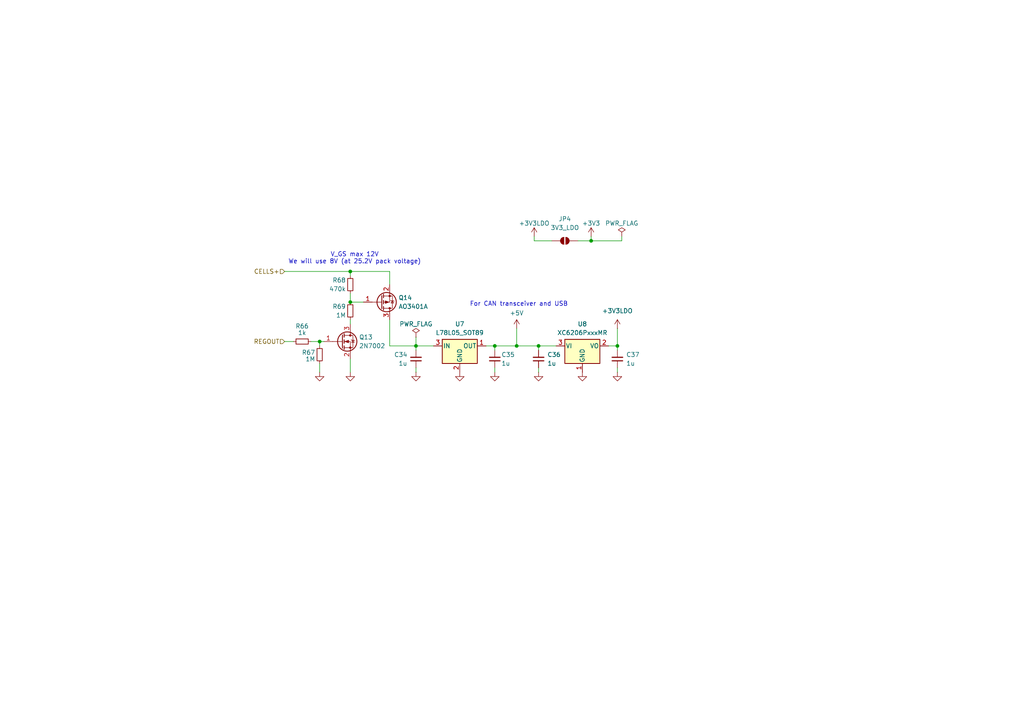
<source format=kicad_sch>
(kicad_sch (version 20231120) (generator "eeschema") (generator_version "8.0")
  (paper "A4")
  (lib_symbols
    (symbol "Device:C_Small" (pin_numbers hide) (pin_names (offset 0.254) hide)
      (property "Reference" "C" (at 0.254 1.778 0))
      (property "Value" "C_Small" (at 0.254 -2.032 0))
      (symbol "C_Small_0_1"
        (polyline (pts (xy -1.524 -0.508) (xy 1.524 -0.508)) (stroke (width 0.3302)))
        (polyline (pts (xy -1.524 0.508) (xy 1.524 0.508)) (stroke (width 0.3048)))
      )
      (symbol "C_Small_1_1"
        (pin passive line (at 0 2.54 270) (length 2.032) (name "~") (number "1"))
        (pin passive line (at 0 -2.54 90) (length 2.032) (name "~") (number "2"))
      )
    )
    (symbol "Device:R_Small" (pin_numbers hide) (pin_names (offset 0.254) hide)
      (property "Reference" "R" (at 0.762 0.508 0))
      (property "Value" "R_Small" (at 0.762 -1.016 0))
      (symbol "R_Small_0_1"
        (rectangle (start -0.762 1.778) (end 0.762 -1.778) (stroke (width 0.2032)))
      )
      (symbol "R_Small_1_1"
        (pin passive line (at 0 2.54 270) (length 0.762) (name "~") (number "1"))
        (pin passive line (at 0 -2.54 90) (length 0.762) (name "~") (number "2"))
      )
    )
    (symbol "Jumper:SolderJumper_2_Open" (pin_numbers hide) (pin_names (offset 0) hide) (exclude_from_sim yes) (in_bom no)
      (property "Reference" "JP" (at 0 2.032 0))
      (property "Value" "SolderJumper_2_Open" (at 0 -2.54 0))
      (symbol "SolderJumper_2_Open_0_1"
        (arc (start -0.254 1.016) (mid -1.2656 0) (end -0.254 -1.016))
        (arc (start -0.254 1.016) (mid -1.2656 0) (end -0.254 -1.016) (fill (type outline)))
        (polyline (pts (xy -0.254 1.016) (xy -0.254 -1.016)))
        (polyline (pts (xy 0.254 1.016) (xy 0.254 -1.016)))
        (arc (start 0.254 -1.016) (mid 1.2656 0) (end 0.254 1.016))
        (arc (start 0.254 -1.016) (mid 1.2656 0) (end 0.254 1.016) (fill (type outline)))
      )
      (symbol "SolderJumper_2_Open_1_1"
        (pin passive line (at -3.81 0 0) (length 2.54) (name "A") (number "1"))
        (pin passive line (at 3.81 0 180) (length 2.54) (name "B") (number "2"))
      )
    )
    (symbol "Regulator_Linear:L78L05_SOT89" (pin_names (offset 0.254))
      (property "Reference" "U" (at -3.81 3.175 0))
      (property "Value" "L78L05_SOT89" (at -0.635 3.175 0))
      (symbol "L78L05_SOT89_0_1"
        (rectangle (start -5.08 1.905) (end 5.08 -5.08) (stroke (width 0.254)) (fill (type background)))
      )
      (symbol "L78L05_SOT89_1_1"
        (pin power_out line (at 7.62 0 180) (length 2.54) (name "OUT") (number "1"))
        (pin power_in line (at 0 -7.62 90) (length 2.54) (name "GND") (number "2"))
        (pin power_in line (at -7.62 0 0) (length 2.54) (name "IN") (number "3"))
      )
    )
    (symbol "Regulator_Linear:XC6206PxxxMR" (pin_names (offset 0.254))
      (property "Reference" "U" (at -3.81 3.175 0))
      (property "Value" "XC6206PxxxMR" (at 0 3.175 0))
      (symbol "XC6206PxxxMR_0_1"
        (rectangle (start -5.08 1.905) (end 5.08 -5.08) (stroke (width 0.254)) (fill (type background)))
      )
      (symbol "XC6206PxxxMR_1_1"
        (pin power_in line (at 0 -7.62 90) (length 2.54) (name "GND") (number "1"))
        (pin power_out line (at 7.62 0 180) (length 2.54) (name "VO") (number "2"))
        (pin power_in line (at -7.62 0 0) (length 2.54) (name "VI") (number "3"))
      )
    )
    (symbol "Transistor_FET:2N7002" (pin_names hide)
      (property "Reference" "Q" (at 5.08 1.905 0))
      (property "Value" "2N7002" (at 5.08 0 0))
      (symbol "2N7002_0_1"
        (polyline (pts (xy 0.254 0) (xy -2.54 0)))
        (polyline (pts (xy 0.254 1.905) (xy 0.254 -1.905)) (stroke (width 0.254)))
        (polyline (pts (xy 0.762 -1.27) (xy 0.762 -2.286)) (stroke (width 0.254)))
        (polyline (pts (xy 0.762 0.508) (xy 0.762 -0.508)) (stroke (width 0.254)))
        (polyline (pts (xy 0.762 2.286) (xy 0.762 1.27)) (stroke (width 0.254)))
        (polyline (pts (xy 2.54 2.54) (xy 2.54 1.778)))
        (polyline (pts (xy 2.54 -2.54) (xy 2.54 0) (xy 0.762 0)))
        (polyline (pts (xy 0.762 -1.778) (xy 3.302 -1.778) (xy 3.302 1.778) (xy 0.762 1.778)))
        (polyline (pts (xy 1.016 0) (xy 2.032 0.381) (xy 2.032 -0.381) (xy 1.016 0)) (fill (type outline)))
        (polyline (pts (xy 2.794 0.508) (xy 2.921 0.381) (xy 3.683 0.381) (xy 3.81 0.254)))
        (polyline (pts (xy 3.302 0.381) (xy 2.921 -0.254) (xy 3.683 -0.254) (xy 3.302 0.381)))
        (circle (center 1.651 0) (radius 2.794) (stroke (width 0.254)))
        (circle (center 2.54 -1.778) (radius 0.254) (fill (type outline)))
        (circle (center 2.54 1.778) (radius 0.254) (fill (type outline)))
      )
      (symbol "2N7002_1_1"
        (pin input line (at -5.08 0 0) (length 2.54) (name "G") (number "1"))
        (pin passive line (at 2.54 -5.08 90) (length 2.54) (name "S") (number "2"))
        (pin passive line (at 2.54 5.08 270) (length 2.54) (name "D") (number "3"))
      )
    )
    (symbol "Transistor_FET:AO3401A" (pin_names hide)
      (property "Reference" "Q" (at 5.08 1.905 0))
      (property "Value" "AO3401A" (at 5.08 0 0))
      (symbol "AO3401A_0_1"
        (polyline (pts (xy 0.254 0) (xy -2.54 0)))
        (polyline (pts (xy 0.254 1.905) (xy 0.254 -1.905)) (stroke (width 0.254)))
        (polyline (pts (xy 0.762 -1.27) (xy 0.762 -2.286)) (stroke (width 0.254)))
        (polyline (pts (xy 0.762 0.508) (xy 0.762 -0.508)) (stroke (width 0.254)))
        (polyline (pts (xy 0.762 2.286) (xy 0.762 1.27)) (stroke (width 0.254)))
        (polyline (pts (xy 2.54 2.54) (xy 2.54 1.778)))
        (polyline (pts (xy 2.54 -2.54) (xy 2.54 0) (xy 0.762 0)))
        (polyline (pts (xy 0.762 1.778) (xy 3.302 1.778) (xy 3.302 -1.778) (xy 0.762 -1.778)))
        (polyline (pts (xy 2.286 0) (xy 1.27 0.381) (xy 1.27 -0.381) (xy 2.286 0)) (fill (type outline)))
        (polyline (pts (xy 2.794 -0.508) (xy 2.921 -0.381) (xy 3.683 -0.381) (xy 3.81 -0.254)))
        (polyline (pts (xy 3.302 -0.381) (xy 2.921 0.254) (xy 3.683 0.254) (xy 3.302 -0.381)))
        (circle (center 1.651 0) (radius 2.794) (stroke (width 0.254)))
        (circle (center 2.54 -1.778) (radius 0.254) (fill (type outline)))
        (circle (center 2.54 1.778) (radius 0.254) (fill (type outline)))
      )
      (symbol "AO3401A_1_1"
        (pin input line (at -5.08 0 0) (length 2.54) (name "G") (number "1"))
        (pin passive line (at 2.54 -5.08 90) (length 2.54) (name "S") (number "2"))
        (pin passive line (at 2.54 5.08 270) (length 2.54) (name "D") (number "3"))
      )
    )
    (symbol "power:+3V3" (power) (pin_numbers hide) (pin_names (offset 0) hide)
      (property "Value" "+3V3" (at 0 3.556 0))
      (symbol "+3V3_0_1"
        (polyline (pts (xy -0.762 1.27) (xy 0 2.54)))
        (polyline (pts (xy 0 0) (xy 0 2.54)))
        (polyline (pts (xy 0 2.54) (xy 0.762 1.27)))
      )
      (symbol "+3V3_1_1"
        (pin power_in line (at 0 0 90) (length 0) (name "~") (number "1"))
      )
    )
    (symbol "power:+5V" (power) (pin_numbers hide) (pin_names (offset 0) hide)
      (property "Value" "+5V" (at 0 3.556 0))
      (symbol "+5V_0_1"
        (polyline (pts (xy -0.762 1.27) (xy 0 2.54)))
        (polyline (pts (xy 0 0) (xy 0 2.54)))
        (polyline (pts (xy 0 2.54) (xy 0.762 1.27)))
      )
      (symbol "+5V_1_1"
        (pin power_in line (at 0 0 90) (length 0) (name "~") (number "1"))
      )
    )
    (symbol "power:GND" (power) (pin_numbers hide) (pin_names (offset 0) hide)
      (property "Value" "GND" (at 0 -3.81 0))
      (symbol "GND_0_1"
        (polyline (pts (xy 0 0) (xy 0 -1.27) (xy 1.27 -1.27) (xy 0 -2.54) (xy -1.27 -1.27) (xy 0 -1.27)))
      )
      (symbol "GND_1_1"
        (pin power_in line (at 0 0 270) (length 0) (name "~") (number "1"))
      )
    )
    (symbol "power:PWR_FLAG" (power) (pin_numbers hide) (pin_names (offset 0) hide)
      (property "Value" "PWR_FLAG" (at 0 3.81 0))
      (symbol "PWR_FLAG_0_0"
        (pin power_out line (at 0 0 90) (length 0) (name "~") (number "1"))
      )
      (symbol "PWR_FLAG_0_1"
        (polyline (pts (xy 0 0) (xy 0 1.27) (xy -1.016 1.905) (xy 0 2.54) (xy 1.016 1.905) (xy 0 1.27)))
      )
    )
    (symbol "power:VBUS" (power) (pin_numbers hide) (pin_names (offset 0) hide)
      (property "Value" "VBUS" (at 0 3.556 0))
      (symbol "VBUS_0_1"
        (polyline (pts (xy -0.762 1.27) (xy 0 2.54)))
        (polyline (pts (xy 0 0) (xy 0 2.54)))
        (polyline (pts (xy 0 2.54) (xy 0.762 1.27)))
      )
      (symbol "VBUS_1_1"
        (pin power_in line (at 0 0 90) (length 0) (name "~") (number "1"))
      )
    )
  )
  (junction (at 149.86 100.33))
  (junction (at 171.45 69.85))
  (junction (at 101.6 87.63))
  (junction (at 120.65 100.33))
  (junction (at 179.07 100.33))
  (junction (at 101.6 78.74))
  (junction (at 92.71 99.06))
  (junction (at 143.51 100.33))
  (junction (at 156.21 100.33))
  (wire (pts (xy 101.6 78.74) (xy 101.6 80.01)))
  (wire (pts (xy 120.65 97.79) (xy 120.65 100.33)))
  (wire (pts (xy 92.71 99.06) (xy 93.98 99.06)))
  (wire (pts (xy 156.21 100.33) (xy 161.29 100.33)))
  (wire (pts (xy 156.21 101.6) (xy 156.21 100.33)))
  (wire (pts (xy 113.03 100.33) (xy 113.03 92.71)))
  (wire (pts (xy 143.51 100.33) (xy 149.86 100.33)))
  (wire (pts (xy 113.03 100.33) (xy 120.65 100.33)))
  (wire (pts (xy 149.86 100.33) (xy 156.21 100.33)))
  (wire (pts (xy 149.86 95.25) (xy 149.86 100.33)))
  (wire (pts (xy 154.94 69.85) (xy 160.02 69.85)))
  (wire (pts (xy 120.65 101.6) (xy 120.65 100.33)))
  (wire (pts (xy 92.71 99.06) (xy 92.71 100.33)))
  (wire (pts (xy 101.6 85.09) (xy 101.6 87.63)))
  (wire (pts (xy 113.03 78.74) (xy 101.6 78.74)))
  (wire (pts (xy 92.71 107.95) (xy 92.71 105.41)))
  (wire (pts (xy 120.65 100.33) (xy 125.73 100.33)))
  (wire (pts (xy 140.97 100.33) (xy 143.51 100.33)))
  (wire (pts (xy 101.6 92.71) (xy 101.6 93.98)))
  (wire (pts (xy 154.94 68.58) (xy 154.94 69.85)))
  (wire (pts (xy 82.55 99.06) (xy 85.09 99.06)))
  (wire (pts (xy 180.34 69.85) (xy 171.45 69.85)))
  (wire (pts (xy 143.51 101.6) (xy 143.51 100.33)))
  (wire (pts (xy 179.07 95.25) (xy 179.07 100.33)))
  (wire (pts (xy 179.07 101.6) (xy 179.07 100.33)))
  (wire (pts (xy 101.6 87.63) (xy 105.41 87.63)))
  (wire (pts (xy 167.64 69.85) (xy 171.45 69.85)))
  (wire (pts (xy 179.07 100.33) (xy 176.53 100.33)))
  (wire (pts (xy 156.21 107.95) (xy 156.21 106.68)))
  (wire (pts (xy 90.17 99.06) (xy 92.71 99.06)))
  (wire (pts (xy 180.34 68.58) (xy 180.34 69.85)))
  (wire (pts (xy 171.45 68.58) (xy 171.45 69.85)))
  (wire (pts (xy 101.6 107.95) (xy 101.6 104.14)))
  (wire (pts (xy 120.65 107.95) (xy 120.65 106.68)))
  (wire (pts (xy 179.07 107.95) (xy 179.07 106.68)))
  (wire (pts (xy 82.55 78.74) (xy 101.6 78.74)))
  (wire (pts (xy 143.51 107.95) (xy 143.51 106.68)))
  (wire (pts (xy 113.03 78.74) (xy 113.03 82.55)))
  (text "For CAN transceiver and USB" (at 150.495 88.265 0) (effects (font (size 1.27 1.27))))
  (text "V_GS max 12V\nWe will use 8V (at 25.2V pack voltage)" (at 102.87 74.93 0) (effects (font (size 1.27 1.27))))
  (hierarchical_label "CELLS+" (shape input) (at 82.55 78.74 180))
  (hierarchical_label "REGOUT" (shape input) (at 82.55 99.06 180))
  (symbol (lib_id "power:GND") (at 133.35 107.95 0) (mirror y) (unit 1)
    (property "Reference" "#PWR064" (effects (hide yes)))
    (property "Value" "GND" (effects (hide yes)))
    (property "Description" "Power symbol creates a global label with name \"GND\" , ground" (effects (hide yes)))
  )
  (symbol (lib_id "Device:R_Small") (at 101.6 90.17 0) (unit 1)
    (property "Reference" "R69" (at 100.33 88.9 0) (effects (justify right)))
    (property "Value" "1M" (at 100.33 91.44 0) (effects (justify right)))
    (property "Footprint" "Resistor_SMD:R_0402_1005Metric" (effects (hide yes)))
    (property "Description" "Resistor, small symbol" (effects (hide yes)))
  )
  (symbol (lib_id "Device:R_Small") (at 87.63 99.06 90) (unit 1)
    (property "Reference" "R66" (at 87.63 94.615 90))
    (property "Value" "1k" (at 87.63 96.52 90))
    (property "Footprint" "Resistor_SMD:R_0402_1005Metric" (effects (hide yes)))
    (property "Description" "Resistor, small symbol" (effects (hide yes)))
  )
  (symbol (lib_id "power:PWR_FLAG") (at 120.65 97.79 0) (unit 1)
    (property "Reference" "#FLG07" (effects (hide yes)))
    (property "Value" "PWR_FLAG" (at 120.65 93.98 0))
    (property "Description" "Special symbol for telling ERC where power comes from" (effects (hide yes)))
  )
  (symbol (lib_id "power:PWR_FLAG") (at 180.34 68.58 0) (unit 1)
    (property "Reference" "#FLG08" (effects (hide yes)))
    (property "Value" "PWR_FLAG" (at 180.34 64.77 0))
    (property "Description" "Special symbol for telling ERC where power comes from" (effects (hide yes)))
  )
  (symbol (lib_id "power:+3V3") (at 171.45 68.58 0) (unit 1)
    (property "Reference" "#PWR069" (effects (hide yes)))
    (property "Value" "+3V3" (at 171.45 64.77 0))
    (property "Description" "Power symbol creates a global label with name \"+3V3\"" (effects (hide yes)))
  )
  (symbol (lib_id "Jumper:SolderJumper_2_Open") (at 163.83 69.85 180) (unit 1) (exclude_from_sim yes) (in_bom no)
    (property "Reference" "JP4" (at 163.83 63.5 0))
    (property "Value" "3V3_LDO" (at 163.83 66.04 0))
    (property "Footprint" "Jumper:SolderJumper-2_P1.3mm_Open_TrianglePad1.0x1.5mm" (effects (hide yes)))
    (property "Description" "Solder Jumper, 2-pole, open" (effects (hide yes)))
  )
  (symbol (lib_id "power:GND") (at 92.71 107.95 0) (mirror y) (unit 1)
    (property "Reference" "#PWR061" (effects (hide yes)))
    (property "Value" "GND" (effects (hide yes)))
    (property "Description" "Power symbol creates a global label with name \"GND\" , ground" (effects (hide yes)))
  )
  (symbol (lib_id "power:GND") (at 156.21 107.95 0) (mirror y) (unit 1)
    (property "Reference" "#PWR068" (effects (hide yes)))
    (property "Value" "GND" (effects (hide yes)))
    (property "Description" "Power symbol creates a global label with name \"GND\" , ground" (effects (hide yes)))
  )
  (symbol (lib_id "Regulator_Linear:XC6206PxxxMR") (at 168.91 100.33 0) (unit 1)
    (property "Reference" "U8" (at 168.91 93.98 0))
    (property "Value" "XC6206PxxxMR" (at 168.91 96.52 0))
    (property "Footprint" "Package_TO_SOT_SMD:SOT-23-3" (effects (hide yes)))
    (property "Datasheet" "https://www.torexsemi.com/file/xc6206/XC6206.pdf" (effects (hide yes)))
    (property "Description" "Positive 60-250mA Low Dropout Regulator, Fixed Output, SOT-23" (effects (hide yes)))
  )
  (symbol (lib_id "power:GND") (at 120.65 107.95 0) (mirror y) (unit 1)
    (property "Reference" "#PWR063" (effects (hide yes)))
    (property "Value" "GND" (effects (hide yes)))
    (property "Description" "Power symbol creates a global label with name \"GND\" , ground" (effects (hide yes)))
  )
  (symbol (lib_id "power:VBUS") (at 154.94 68.58 0) (unit 1)
    (property "Reference" "#PWR067" (effects (hide yes)))
    (property "Value" "+3V3LDO" (at 154.94 64.77 0))
    (property "Description" "Power symbol creates a global label with name \"VBUS\"" (effects (hide yes)))
  )
  (symbol (lib_id "power:+5V") (at 149.86 95.25 0) (unit 1)
    (property "Reference" "#PWR066" (effects (hide yes)))
    (property "Value" "+5V" (at 149.86 90.805 0))
    (property "Description" "Power symbol creates a global label with name \"+5V\"" (effects (hide yes)))
  )
  (symbol (lib_id "Device:C_Small") (at 120.65 104.14 180) (unit 1)
    (property "Reference" "C34" (at 114.3 102.87 0) (effects (justify right)))
    (property "Value" "1u" (at 115.57 105.41 0) (effects (justify right)))
    (property "Footprint" "Capacitor_SMD:C_0402_1005Metric" (effects (hide yes)))
    (property "Description" "Unpolarized capacitor, small symbol" (effects (hide yes)))
  )
  (symbol (lib_id "power:VBUS") (at 179.07 95.25 0) (unit 1)
    (property "Reference" "#PWR071" (effects (hide yes)))
    (property "Value" "+3V3LDO" (at 179.07 90.17 0))
    (property "Description" "Power symbol creates a global label with name \"VBUS\"" (effects (hide yes)))
  )
  (symbol (lib_id "Device:C_Small") (at 156.21 104.14 180) (unit 1)
    (property "Reference" "C36" (at 158.75 102.8635 0) (effects (justify right)))
    (property "Value" "1u" (at 158.75 105.4035 0) (effects (justify right)))
    (property "Footprint" "Capacitor_SMD:C_0402_1005Metric" (effects (hide yes)))
    (property "Description" "Unpolarized capacitor, small symbol" (effects (hide yes)))
  )
  (symbol (lib_id "Transistor_FET:2N7002") (at 99.06 99.06 0) (unit 1)
    (property "Reference" "Q13" (at 104.14 97.79 0) (effects (justify left)))
    (property "Value" "2N7002" (at 104.14 100.33 0) (effects (justify left)))
    (property "Footprint" "Package_TO_SOT_SMD:SOT-23" (effects (hide yes)))
    (property "Datasheet" "https://www.onsemi.com/pub/Collateral/NDS7002A-D.PDF" (effects (hide yes)))
    (property "Description" "0.115A Id, 60V Vds, N-Channel MOSFET, SOT-23" (effects (hide yes)))
  )
  (symbol (lib_id "Device:C_Small") (at 179.07 104.14 180) (unit 1)
    (property "Reference" "C37" (at 181.61 102.8635 0) (effects (justify right)))
    (property "Value" "1u" (at 181.61 105.4035 0) (effects (justify right)))
    (property "Footprint" "Capacitor_SMD:C_0402_1005Metric" (effects (hide yes)))
    (property "Description" "Unpolarized capacitor, small symbol" (effects (hide yes)))
  )
  (symbol (lib_id "Device:R_Small") (at 92.71 102.87 0) (unit 1)
    (property "Reference" "R67" (at 91.44 102.235 0) (effects (justify right)))
    (property "Value" "1M" (at 91.44 104.14 0) (effects (justify right)))
    (property "Footprint" "Resistor_SMD:R_0402_1005Metric" (effects (hide yes)))
    (property "Description" "Resistor, small symbol" (effects (hide yes)))
  )
  (symbol (lib_id "power:GND") (at 168.91 107.95 0) (mirror y) (unit 1)
    (property "Reference" "#PWR070" (effects (hide yes)))
    (property "Value" "GND" (effects (hide yes)))
    (property "Description" "Power symbol creates a global label with name \"GND\" , ground" (effects (hide yes)))
  )
  (symbol (lib_id "power:GND") (at 143.51 107.95 0) (mirror y) (unit 1)
    (property "Reference" "#PWR065" (effects (hide yes)))
    (property "Value" "GND" (effects (hide yes)))
    (property "Description" "Power symbol creates a global label with name \"GND\" , ground" (effects (hide yes)))
  )
  (symbol (lib_id "power:GND") (at 101.6 107.95 0) (mirror y) (unit 1)
    (property "Reference" "#PWR062" (effects (hide yes)))
    (property "Value" "GND" (effects (hide yes)))
    (property "Description" "Power symbol creates a global label with name \"GND\" , ground" (effects (hide yes)))
  )
  (symbol (lib_id "power:GND") (at 179.07 107.95 0) (mirror y) (unit 1)
    (property "Reference" "#PWR072" (effects (hide yes)))
    (property "Value" "GND" (effects (hide yes)))
    (property "Description" "Power symbol creates a global label with name \"GND\" , ground" (effects (hide yes)))
  )
  (symbol (lib_id "Regulator_Linear:L78L05_SOT89") (at 133.35 100.33 0) (unit 1)
    (property "Reference" "U7" (at 133.35 93.98 0))
    (property "Value" "L78L05_SOT89" (at 133.35 96.52 0))
    (property "Footprint" "Package_TO_SOT_SMD:SOT-89-3" (effects (hide yes)))
    (property "Datasheet" "http://www.st.com/content/ccc/resource/technical/document/datasheet/15/55/e5/aa/23/5b/43/fd/CD00000446.pdf/files/CD00000446.pdf/jcr:content/translations/en.CD00000446.pdf" (effects (hide yes)))
    (property "Description" "Positive 100mA 30V Linear Regulator, Fixed Output 5V, SOT-89" (effects (hide yes)))
  )
  (symbol (lib_id "Transistor_FET:AO3401A") (at 110.49 87.63 0) (mirror x) (unit 1)
    (property "Reference" "Q14" (at 115.57 86.36 0) (effects (justify left)))
    (property "Value" "AO3401A" (at 115.57 88.9 0) (effects (justify left)))
    (property "Footprint" "Package_TO_SOT_SMD:SOT-23" (effects (hide yes)))
    (property "Datasheet" "http://www.aosmd.com/pdfs/datasheet/AO3401A.pdf" (effects (hide yes)))
    (property "Description" "-4.0A Id, -30V Vds, P-Channel MOSFET, SOT-23" (effects (hide yes)))
  )
  (symbol (lib_id "Device:R_Small") (at 101.6 82.55 0) (unit 1)
    (property "Reference" "R68" (at 100.33 81.28 0) (effects (justify right)))
    (property "Value" "470k" (at 100.33 83.82 0) (effects (justify right)))
    (property "Footprint" "Resistor_SMD:R_0402_1005Metric" (effects (hide yes)))
    (property "Description" "Resistor, small symbol" (effects (hide yes)))
  )
  (symbol (lib_id "Device:C_Small") (at 143.51 104.14 180) (unit 1)
    (property "Reference" "C35" (at 145.415 102.87 0) (effects (justify right)))
    (property "Value" "1u" (at 145.415 105.41 0) (effects (justify right)))
    (property "Footprint" "Capacitor_SMD:C_0402_1005Metric" (effects (hide yes)))
    (property "Description" "Unpolarized capacitor, small symbol" (effects (hide yes)))
  )
)
</source>
